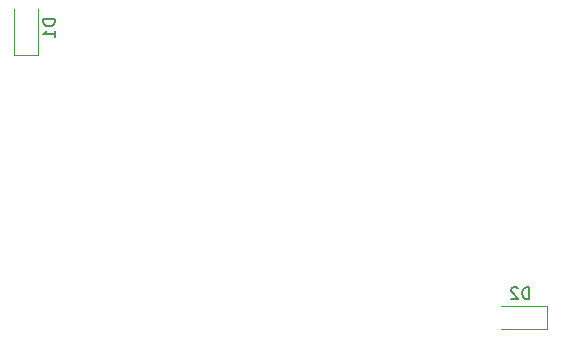
<source format=gbr>
%TF.GenerationSoftware,KiCad,Pcbnew,5.1.7-a382d34a8~88~ubuntu18.04.1*%
%TF.CreationDate,2021-03-18T09:08:07-04:00*%
%TF.ProjectId,Pacman2020,5061636d-616e-4323-9032-302e6b696361,rev?*%
%TF.SameCoordinates,Original*%
%TF.FileFunction,Legend,Bot*%
%TF.FilePolarity,Positive*%
%FSLAX46Y46*%
G04 Gerber Fmt 4.6, Leading zero omitted, Abs format (unit mm)*
G04 Created by KiCad (PCBNEW 5.1.7-a382d34a8~88~ubuntu18.04.1) date 2021-03-18 09:08:07*
%MOMM*%
%LPD*%
G01*
G04 APERTURE LIST*
%ADD10C,0.120000*%
%ADD11C,0.150000*%
G04 APERTURE END LIST*
D10*
%TO.C,D2*%
X144449000Y-108578000D02*
X144449000Y-110578000D01*
X144449000Y-110578000D02*
X140549000Y-110578000D01*
X144449000Y-108578000D02*
X140549000Y-108578000D01*
%TO.C,D1*%
X101330000Y-87340000D02*
X99330000Y-87340000D01*
X99330000Y-87340000D02*
X99330000Y-83440000D01*
X101330000Y-87340000D02*
X101330000Y-83440000D01*
%TO.C,D2*%
D11*
X142937095Y-108030380D02*
X142937095Y-107030380D01*
X142699000Y-107030380D01*
X142556142Y-107078000D01*
X142460904Y-107173238D01*
X142413285Y-107268476D01*
X142365666Y-107458952D01*
X142365666Y-107601809D01*
X142413285Y-107792285D01*
X142460904Y-107887523D01*
X142556142Y-107982761D01*
X142699000Y-108030380D01*
X142937095Y-108030380D01*
X141984714Y-107125619D02*
X141937095Y-107078000D01*
X141841857Y-107030380D01*
X141603761Y-107030380D01*
X141508523Y-107078000D01*
X141460904Y-107125619D01*
X141413285Y-107220857D01*
X141413285Y-107316095D01*
X141460904Y-107458952D01*
X142032333Y-108030380D01*
X141413285Y-108030380D01*
%TO.C,D1*%
X102782380Y-84351904D02*
X101782380Y-84351904D01*
X101782380Y-84590000D01*
X101830000Y-84732857D01*
X101925238Y-84828095D01*
X102020476Y-84875714D01*
X102210952Y-84923333D01*
X102353809Y-84923333D01*
X102544285Y-84875714D01*
X102639523Y-84828095D01*
X102734761Y-84732857D01*
X102782380Y-84590000D01*
X102782380Y-84351904D01*
X102782380Y-85875714D02*
X102782380Y-85304285D01*
X102782380Y-85590000D02*
X101782380Y-85590000D01*
X101925238Y-85494761D01*
X102020476Y-85399523D01*
X102068095Y-85304285D01*
%TD*%
M02*

</source>
